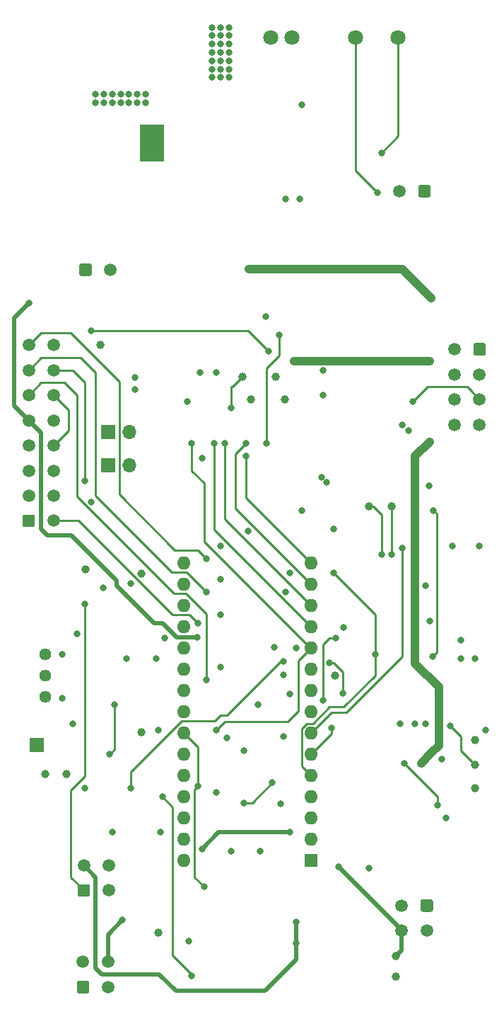
<source format=gbl>
G04 #@! TF.GenerationSoftware,KiCad,Pcbnew,(5.1.10)-1*
G04 #@! TF.CreationDate,2022-01-30T14:23:45-06:00*
G04 #@! TF.ProjectId,22-ELC-1-01-R1,32322d45-4c43-42d3-912d-30312d52312e,rev?*
G04 #@! TF.SameCoordinates,Original*
G04 #@! TF.FileFunction,Copper,L4,Bot*
G04 #@! TF.FilePolarity,Positive*
%FSLAX46Y46*%
G04 Gerber Fmt 4.6, Leading zero omitted, Abs format (unit mm)*
G04 Created by KiCad (PCBNEW (5.1.10)-1) date 2022-01-30 14:23:45*
%MOMM*%
%LPD*%
G01*
G04 APERTURE LIST*
G04 #@! TA.AperFunction,ComponentPad*
%ADD10C,1.500000*%
G04 #@! TD*
G04 #@! TA.AperFunction,ComponentPad*
%ADD11C,1.000000*%
G04 #@! TD*
G04 #@! TA.AperFunction,ComponentPad*
%ADD12O,1.600000X1.600000*%
G04 #@! TD*
G04 #@! TA.AperFunction,ComponentPad*
%ADD13R,1.600000X1.600000*%
G04 #@! TD*
G04 #@! TA.AperFunction,ComponentPad*
%ADD14R,1.700000X1.700000*%
G04 #@! TD*
G04 #@! TA.AperFunction,ComponentPad*
%ADD15O,1.700000X1.700000*%
G04 #@! TD*
G04 #@! TA.AperFunction,ComponentPad*
%ADD16C,1.440000*%
G04 #@! TD*
G04 #@! TA.AperFunction,SMDPad,CuDef*
%ADD17R,2.950000X4.500000*%
G04 #@! TD*
G04 #@! TA.AperFunction,ComponentPad*
%ADD18C,0.600000*%
G04 #@! TD*
G04 #@! TA.AperFunction,ComponentPad*
%ADD19C,1.800000*%
G04 #@! TD*
G04 #@! TA.AperFunction,ViaPad*
%ADD20C,0.800000*%
G04 #@! TD*
G04 #@! TA.AperFunction,Conductor*
%ADD21C,0.250000*%
G04 #@! TD*
G04 #@! TA.AperFunction,Conductor*
%ADD22C,1.000000*%
G04 #@! TD*
G04 #@! TA.AperFunction,Conductor*
%ADD23C,0.500000*%
G04 #@! TD*
G04 APERTURE END LIST*
G04 #@! TA.AperFunction,ComponentPad*
G36*
G01*
X130180000Y-131250000D02*
X131180000Y-131250000D01*
G75*
G02*
X131430000Y-131500000I0J-250000D01*
G01*
X131430000Y-132500000D01*
G75*
G02*
X131180000Y-132750000I-250000J0D01*
G01*
X130180000Y-132750000D01*
G75*
G02*
X129930000Y-132500000I0J250000D01*
G01*
X129930000Y-131500000D01*
G75*
G02*
X130180000Y-131250000I250000J0D01*
G01*
G37*
G04 #@! TD.AperFunction*
D10*
X130680000Y-135000000D03*
X127680000Y-132000000D03*
X127680000Y-135000000D03*
D11*
X87500000Y-116250000D03*
D12*
X101570000Y-91040000D03*
X116810000Y-91040000D03*
X101570000Y-126600000D03*
X116810000Y-93580000D03*
X101570000Y-124060000D03*
X116810000Y-96120000D03*
X101570000Y-121520000D03*
X116810000Y-98660000D03*
X101570000Y-118980000D03*
X116810000Y-101200000D03*
X101570000Y-116440000D03*
X116810000Y-103740000D03*
X101570000Y-113900000D03*
X116810000Y-106280000D03*
X101570000Y-111360000D03*
X116810000Y-108820000D03*
X101570000Y-108820000D03*
X116810000Y-111360000D03*
X101570000Y-106280000D03*
X116810000Y-113900000D03*
X101570000Y-103740000D03*
X116810000Y-116440000D03*
X101570000Y-101200000D03*
X116810000Y-118980000D03*
X101570000Y-98660000D03*
X116810000Y-121520000D03*
X101570000Y-96120000D03*
X116810000Y-124060000D03*
X101570000Y-93580000D03*
D13*
X116810000Y-126600000D03*
D10*
X127400000Y-46600000D03*
G04 #@! TA.AperFunction,ComponentPad*
G36*
G01*
X129900000Y-45850000D02*
X130900000Y-45850000D01*
G75*
G02*
X131150000Y-46100000I0J-250000D01*
G01*
X131150000Y-47100000D01*
G75*
G02*
X130900000Y-47350000I-250000J0D01*
G01*
X129900000Y-47350000D01*
G75*
G02*
X129650000Y-47100000I0J250000D01*
G01*
X129650000Y-46100000D01*
G75*
G02*
X129900000Y-45850000I250000J0D01*
G01*
G37*
G04 #@! TD.AperFunction*
G04 #@! TA.AperFunction,ComponentPad*
G36*
G01*
X83500000Y-86750000D02*
X82500000Y-86750000D01*
G75*
G02*
X82250000Y-86500000I0J250000D01*
G01*
X82250000Y-85500000D01*
G75*
G02*
X82500000Y-85250000I250000J0D01*
G01*
X83500000Y-85250000D01*
G75*
G02*
X83750000Y-85500000I0J-250000D01*
G01*
X83750000Y-86500000D01*
G75*
G02*
X83500000Y-86750000I-250000J0D01*
G01*
G37*
G04 #@! TD.AperFunction*
X83000000Y-83000000D03*
X83000000Y-80000000D03*
X83000000Y-77000000D03*
X83000000Y-74000000D03*
X83000000Y-71000000D03*
X83000000Y-68000000D03*
X83000000Y-65000000D03*
X86000000Y-86000000D03*
X86000000Y-83000000D03*
X86000000Y-80000000D03*
X86000000Y-77000000D03*
X86000000Y-74000000D03*
X86000000Y-71000000D03*
X86000000Y-68000000D03*
X86000000Y-65000000D03*
G04 #@! TA.AperFunction,ComponentPad*
G36*
G01*
X136500000Y-64750000D02*
X137500000Y-64750000D01*
G75*
G02*
X137750000Y-65000000I0J-250000D01*
G01*
X137750000Y-66000000D01*
G75*
G02*
X137500000Y-66250000I-250000J0D01*
G01*
X136500000Y-66250000D01*
G75*
G02*
X136250000Y-66000000I0J250000D01*
G01*
X136250000Y-65000000D01*
G75*
G02*
X136500000Y-64750000I250000J0D01*
G01*
G37*
G04 #@! TD.AperFunction*
X137000000Y-68500000D03*
X137000000Y-71500000D03*
X137000000Y-74500000D03*
X134000000Y-65500000D03*
X134000000Y-68500000D03*
X134000000Y-71500000D03*
X134000000Y-74500000D03*
G04 #@! TA.AperFunction,ComponentPad*
G36*
G01*
X90100000Y-130950000D02*
X89100000Y-130950000D01*
G75*
G02*
X88850000Y-130700000I0J250000D01*
G01*
X88850000Y-129700000D01*
G75*
G02*
X89100000Y-129450000I250000J0D01*
G01*
X90100000Y-129450000D01*
G75*
G02*
X90350000Y-129700000I0J-250000D01*
G01*
X90350000Y-130700000D01*
G75*
G02*
X90100000Y-130950000I-250000J0D01*
G01*
G37*
G04 #@! TD.AperFunction*
X89600000Y-127200000D03*
X92600000Y-130200000D03*
X92600000Y-127200000D03*
D14*
X84000000Y-112800000D03*
G04 #@! TA.AperFunction,ComponentPad*
G36*
G01*
X90300000Y-56750000D02*
X89300000Y-56750000D01*
G75*
G02*
X89050000Y-56500000I0J250000D01*
G01*
X89050000Y-55500000D01*
G75*
G02*
X89300000Y-55250000I250000J0D01*
G01*
X90300000Y-55250000D01*
G75*
G02*
X90550000Y-55500000I0J-250000D01*
G01*
X90550000Y-56500000D01*
G75*
G02*
X90300000Y-56750000I-250000J0D01*
G01*
G37*
G04 #@! TD.AperFunction*
D10*
X92800000Y-56000000D03*
X92500000Y-138750000D03*
X92500000Y-141750000D03*
X89500000Y-138750000D03*
G04 #@! TA.AperFunction,ComponentPad*
G36*
G01*
X90000000Y-142500000D02*
X89000000Y-142500000D01*
G75*
G02*
X88750000Y-142250000I0J250000D01*
G01*
X88750000Y-141250000D01*
G75*
G02*
X89000000Y-141000000I250000J0D01*
G01*
X90000000Y-141000000D01*
G75*
G02*
X90250000Y-141250000I0J-250000D01*
G01*
X90250000Y-142250000D01*
G75*
G02*
X90000000Y-142500000I-250000J0D01*
G01*
G37*
G04 #@! TD.AperFunction*
D14*
X92500000Y-79400000D03*
D15*
X95040000Y-79400000D03*
X95040000Y-75400000D03*
D14*
X92500000Y-75400000D03*
D16*
X85000000Y-102000000D03*
X85000000Y-104540000D03*
X85000000Y-107080000D03*
D11*
X126500000Y-84250000D03*
X123750000Y-84250000D03*
X119700000Y-104500000D03*
X136500000Y-118000000D03*
X136500000Y-115200000D03*
X96500000Y-111250000D03*
X85000000Y-116250000D03*
X109600000Y-71500000D03*
X113700000Y-71500000D03*
X108600000Y-68800000D03*
X112600000Y-68800000D03*
X89800000Y-91800000D03*
X96500000Y-92300000D03*
X91600000Y-65000000D03*
X127000000Y-138000000D03*
X127000000Y-140500000D03*
X98500000Y-135250000D03*
X136500000Y-112250000D03*
D17*
X97800000Y-40800000D03*
D18*
X98400000Y-42600000D03*
X98400000Y-41400000D03*
X97200000Y-41400000D03*
X97200000Y-42600000D03*
X98400000Y-39000000D03*
X98400000Y-40100000D03*
X97200000Y-40100000D03*
X97200000Y-39000000D03*
D19*
X112000000Y-28200000D03*
X114540000Y-28200000D03*
X122160000Y-28200000D03*
X127240000Y-28200000D03*
D20*
X92000000Y-35000000D03*
X92000000Y-36000000D03*
X93000000Y-35000000D03*
X93000000Y-36000000D03*
X94000000Y-35000000D03*
X94000000Y-36000000D03*
X95000000Y-35000000D03*
X95000000Y-36000000D03*
X96000000Y-35000000D03*
X96000000Y-36000000D03*
X97000000Y-35000000D03*
X97000000Y-36000000D03*
X91000000Y-35000000D03*
X91000000Y-36000000D03*
X115750000Y-36250000D03*
X115500000Y-47500000D03*
X133750000Y-89000000D03*
X118250000Y-68000000D03*
X131000000Y-98000000D03*
X103500000Y-68250000D03*
X103750000Y-78500000D03*
X90500000Y-83750000D03*
X119500000Y-87000000D03*
X127500000Y-110250000D03*
X134750000Y-102500000D03*
X130500000Y-110250000D03*
X137750000Y-111000000D03*
X120750000Y-98750000D03*
X133000000Y-121500000D03*
X87000000Y-107250000D03*
X88250000Y-110250000D03*
X98500000Y-111000000D03*
X105500000Y-118500000D03*
X106000000Y-97250000D03*
X106000000Y-89000000D03*
X106000000Y-93000000D03*
X89750000Y-118000000D03*
X93000000Y-123250000D03*
X132500000Y-114500000D03*
X88750000Y-99500000D03*
X106000000Y-103500000D03*
X127750000Y-74500000D03*
X128500000Y-75250000D03*
X115750000Y-84750000D03*
X130950000Y-81800000D03*
X118100000Y-80800000D03*
X118700000Y-81400000D03*
X91950001Y-93981366D03*
X99300000Y-100000000D03*
X113200000Y-119800000D03*
X113475000Y-104400000D03*
X111400000Y-61550000D03*
X131500000Y-84750000D03*
X131400000Y-102200000D03*
X119500000Y-92250000D03*
X124500000Y-102000000D03*
X110500000Y-108000000D03*
X109250000Y-87250000D03*
X119250000Y-110750000D03*
X114250000Y-92250000D03*
X115000000Y-101250000D03*
X119000000Y-103000000D03*
X120652245Y-106652245D03*
X127750000Y-89250000D03*
X108750000Y-119750000D03*
X112200000Y-117300000D03*
X103250000Y-117750000D03*
X104000000Y-129750000D03*
X113750000Y-94500000D03*
X114250000Y-106750000D03*
X95250000Y-118000000D03*
X113525000Y-102800000D03*
X106750000Y-112000000D03*
X111500000Y-76750000D03*
X113000000Y-63750000D03*
X102500000Y-76750000D03*
X105500000Y-111000000D03*
X105000000Y-33000000D03*
X106000000Y-33000000D03*
X107000000Y-33000000D03*
X107000000Y-32000000D03*
X106000000Y-32000000D03*
X105000000Y-32000000D03*
X105000000Y-31000000D03*
X106000000Y-31000000D03*
X107000000Y-31000000D03*
X107000000Y-30000000D03*
X106000000Y-30000000D03*
X105000000Y-30000000D03*
X105000000Y-29000000D03*
X106000000Y-29000000D03*
X107000000Y-29000000D03*
X107000000Y-28000000D03*
X106000000Y-28000000D03*
X105000000Y-28000000D03*
X105000000Y-27000000D03*
X106000000Y-27000000D03*
X107000000Y-27000000D03*
X113750000Y-47500000D03*
X137000000Y-89000000D03*
X118250000Y-71000000D03*
X130500000Y-93750000D03*
X105500000Y-68250000D03*
X102000000Y-71750000D03*
X136500000Y-102500000D03*
X134750000Y-100250000D03*
X129250000Y-110250000D03*
X94750000Y-102500000D03*
X98250000Y-102500000D03*
X87000000Y-102000000D03*
X98750000Y-123250000D03*
X108750000Y-113500000D03*
X107250000Y-125500000D03*
X110750000Y-125500000D03*
X102200000Y-136300000D03*
X95200000Y-93500000D03*
X105250000Y-76750000D03*
X106500000Y-76750000D03*
X109000000Y-76750000D03*
X109000000Y-78250000D03*
X107250000Y-72500000D03*
X109400000Y-55900000D03*
X131200000Y-59400000D03*
X124750000Y-46750000D03*
X125250000Y-42000000D03*
X83000000Y-60000000D03*
X114250000Y-123250000D03*
X113500000Y-111750000D03*
X112375000Y-101125000D03*
X103750000Y-125250000D03*
X94250000Y-133750000D03*
X120097182Y-127347182D03*
X103200000Y-99950000D03*
X130000000Y-115000000D03*
X131000000Y-76600000D03*
X131000000Y-66900000D03*
X114800000Y-66900000D03*
X95700000Y-68900000D03*
X123750000Y-127500000D03*
X104250000Y-105000000D03*
X104250000Y-94500000D03*
X104250000Y-90500000D03*
X103250000Y-98250000D03*
X89750000Y-81250000D03*
X111750000Y-65750000D03*
X90500000Y-63250000D03*
X129000000Y-71750000D03*
X89750000Y-96000000D03*
X95700000Y-70300000D03*
X115000000Y-134000000D03*
X115000000Y-136500000D03*
X133500000Y-110500000D03*
X119750000Y-100000000D03*
X118250000Y-107500000D03*
X132000000Y-120000000D03*
X128000000Y-115000000D03*
X125250000Y-90000000D03*
X93250000Y-108000000D03*
X92700010Y-113950010D03*
X99000000Y-119000000D03*
X102500000Y-140400000D03*
X126500000Y-90000000D03*
D21*
X131899999Y-85149999D02*
X131500000Y-84750000D01*
X131899999Y-101700001D02*
X131899999Y-85149999D01*
X131400000Y-102200000D02*
X131899999Y-101700001D01*
X124500000Y-97250000D02*
X124500000Y-102000000D01*
X119500000Y-92250000D02*
X124500000Y-97250000D01*
X115684999Y-115314999D02*
X116810000Y-116440000D01*
X115684999Y-110819999D02*
X115684999Y-115314999D01*
X116269999Y-110234999D02*
X115684999Y-110819999D01*
X117060003Y-110234999D02*
X116269999Y-110234999D01*
X124500000Y-102000000D02*
X124500000Y-104500000D01*
X124500000Y-104500000D02*
X120750000Y-108250000D01*
X119045002Y-108250000D02*
X117060003Y-110234999D01*
X120750000Y-108250000D02*
X119045002Y-108250000D01*
X119250000Y-111460000D02*
X116810000Y-113900000D01*
X119250000Y-110750000D02*
X119250000Y-111460000D01*
X120652245Y-104086560D02*
X120652245Y-106652245D01*
X119565685Y-103000000D02*
X120652245Y-104086560D01*
X119000000Y-103000000D02*
X119565685Y-103000000D01*
X127750000Y-89250000D02*
X127750000Y-98250000D01*
X119250000Y-108920000D02*
X116810000Y-111360000D01*
X119250000Y-108920000D02*
X121080000Y-108920000D01*
X127750000Y-102250000D02*
X127750000Y-98250000D01*
X121080000Y-108920000D02*
X127750000Y-102250000D01*
X109750000Y-119750000D02*
X108750000Y-119750000D01*
X112200000Y-117300000D02*
X109750000Y-119750000D01*
X103250000Y-113040000D02*
X101570000Y-111360000D01*
X103250000Y-117750000D02*
X103250000Y-113040000D01*
X102850001Y-128600001D02*
X104000000Y-129750000D01*
X102850001Y-118149999D02*
X102850001Y-128600001D01*
X103250000Y-117750000D02*
X102850001Y-118149999D01*
X101319997Y-109945001D02*
X105304999Y-109945001D01*
X95250000Y-116014998D02*
X101319997Y-109945001D01*
X95250000Y-118000000D02*
X95250000Y-116014998D01*
X105304999Y-109945001D02*
X106000000Y-109250000D01*
X106750000Y-109250000D02*
X113250000Y-102750000D01*
X106000000Y-109250000D02*
X106750000Y-109250000D01*
X113475000Y-102750000D02*
X113525000Y-102800000D01*
X113250000Y-102750000D02*
X113475000Y-102750000D01*
X111500000Y-76750000D02*
X111500000Y-67750000D01*
X113000000Y-66250000D02*
X113000000Y-63750000D01*
X111500000Y-67750000D02*
X113000000Y-66250000D01*
X102500000Y-76750000D02*
X102500000Y-80000000D01*
X102500000Y-80000000D02*
X104000000Y-81500000D01*
X104000000Y-81500000D02*
X104000000Y-88500000D01*
X116700000Y-101200000D02*
X116810000Y-101200000D01*
X104000000Y-88500000D02*
X116700000Y-101200000D01*
X115250000Y-102760000D02*
X116810000Y-101200000D01*
X115250000Y-108750000D02*
X115250000Y-102760000D01*
X114000000Y-110000000D02*
X115250000Y-108750000D01*
X106500000Y-110000000D02*
X114000000Y-110000000D01*
X105500000Y-111000000D02*
X106500000Y-110000000D01*
X105250000Y-87100000D02*
X116810000Y-98660000D01*
X105250000Y-76750000D02*
X105250000Y-87100000D01*
X106500000Y-85810000D02*
X116810000Y-96120000D01*
X106500000Y-76750000D02*
X106500000Y-85810000D01*
X107750000Y-84520000D02*
X116810000Y-93580000D01*
X107750000Y-78000000D02*
X107750000Y-84520000D01*
X109000000Y-76750000D02*
X107750000Y-78000000D01*
X109000000Y-83230000D02*
X116810000Y-91040000D01*
X109000000Y-78250000D02*
X109000000Y-83230000D01*
X107250000Y-72500000D02*
X107250000Y-70000000D01*
X107400000Y-70000000D02*
X108600000Y-68800000D01*
X107250000Y-70000000D02*
X107400000Y-70000000D01*
D22*
X127700000Y-55900000D02*
X131200000Y-59400000D01*
X109400000Y-55900000D02*
X127700000Y-55900000D01*
D21*
X122160000Y-44160000D02*
X122160000Y-28200000D01*
X124750000Y-46750000D02*
X122160000Y-44160000D01*
X127240000Y-40010000D02*
X127240000Y-28200000D01*
X125250000Y-42000000D02*
X127240000Y-40010000D01*
D23*
X83000000Y-60000000D02*
X81250000Y-61750000D01*
X81250000Y-61750000D02*
X81250000Y-72250000D01*
X81250000Y-72250000D02*
X83000000Y-74000000D01*
X105750000Y-123250000D02*
X114250000Y-123250000D01*
X103750000Y-125250000D02*
X105750000Y-123250000D01*
X83000000Y-74000000D02*
X84075001Y-75075001D01*
X84075001Y-75075001D02*
X84500000Y-75500000D01*
X84500000Y-75500000D02*
X84500000Y-87000000D01*
X84500000Y-87000000D02*
X85250000Y-87750000D01*
X88073002Y-87750000D02*
X93500000Y-93176998D01*
X85250000Y-87750000D02*
X88073002Y-87750000D01*
X93500000Y-93176998D02*
X93500000Y-93323002D01*
X93500000Y-93323002D02*
X93500000Y-93750000D01*
X93500000Y-93750000D02*
X98000000Y-98250000D01*
X92500000Y-135500000D02*
X92500000Y-138750000D01*
X94250000Y-133750000D02*
X92500000Y-135500000D01*
X127680000Y-134930000D02*
X127680000Y-135000000D01*
X120097182Y-127347182D02*
X127680000Y-134930000D01*
X127680000Y-137320000D02*
X127000000Y-138000000D01*
X127680000Y-135000000D02*
X127680000Y-137320000D01*
X98950000Y-98250000D02*
X98000000Y-98250000D01*
X98950000Y-98250000D02*
X99000000Y-98250000D01*
X100700000Y-99950000D02*
X103200000Y-99950000D01*
X99000000Y-98250000D02*
X100700000Y-99950000D01*
D22*
X130000000Y-115000000D02*
X131225001Y-113774999D01*
X131225001Y-113774999D02*
X132100000Y-112900000D01*
X132100000Y-112900000D02*
X132100000Y-105900000D01*
X132100000Y-105900000D02*
X129300000Y-103100000D01*
X129300000Y-103100000D02*
X129300000Y-81700000D01*
X129300000Y-78300000D02*
X131000000Y-76600000D01*
X129300000Y-81700000D02*
X129300000Y-78300000D01*
X131000000Y-66900000D02*
X114800000Y-66900000D01*
D21*
X87250000Y-69500000D02*
X84500000Y-69500000D01*
X88750000Y-71000000D02*
X87250000Y-69500000D01*
X88750000Y-83073002D02*
X88750000Y-71000000D01*
X101820003Y-94705001D02*
X100381999Y-94705001D01*
X100381999Y-94705001D02*
X88750000Y-83073002D01*
X84500000Y-69500000D02*
X83000000Y-71000000D01*
X104250000Y-97134998D02*
X101820003Y-94705001D01*
X104250000Y-105000000D02*
X104250000Y-97134998D01*
X101915001Y-92165001D02*
X100165001Y-92165001D01*
X104250000Y-94500000D02*
X101915001Y-92165001D01*
X100165001Y-92165001D02*
X91000000Y-83000000D01*
X91000000Y-83000000D02*
X91000000Y-68250000D01*
X91000000Y-68250000D02*
X89250000Y-66500000D01*
X84500000Y-66500000D02*
X83000000Y-68000000D01*
X89250000Y-66500000D02*
X84500000Y-66500000D01*
X104250000Y-90500000D02*
X103250000Y-89500000D01*
X103250000Y-89500000D02*
X100500000Y-89500000D01*
X93864999Y-82864999D02*
X93864999Y-69364999D01*
X100500000Y-89500000D02*
X93864999Y-82864999D01*
X93864999Y-69364999D02*
X88000000Y-63500000D01*
X84500000Y-63500000D02*
X83000000Y-65000000D01*
X88000000Y-63500000D02*
X84500000Y-63500000D01*
X102245001Y-97245001D02*
X100245001Y-97245001D01*
X89000000Y-86000000D02*
X86000000Y-86000000D01*
X100245001Y-97245001D02*
X89000000Y-86000000D01*
X102245001Y-97245001D02*
X103250000Y-98250000D01*
X86000000Y-71000000D02*
X87750000Y-72750000D01*
X87750000Y-75250000D02*
X86000000Y-77000000D01*
X87750000Y-72750000D02*
X87750000Y-75250000D01*
X88250000Y-68000000D02*
X86000000Y-68000000D01*
X89750000Y-69500000D02*
X88250000Y-68000000D01*
X89750000Y-81250000D02*
X89750000Y-69500000D01*
X109250000Y-63250000D02*
X90500000Y-63250000D01*
X111750000Y-65750000D02*
X109250000Y-63250000D01*
X137000000Y-71500000D02*
X135924999Y-70424999D01*
X135924999Y-70424999D02*
X135500000Y-70000000D01*
X130750000Y-70000000D02*
X129000000Y-71750000D01*
X135500000Y-70000000D02*
X130750000Y-70000000D01*
X89600000Y-130200000D02*
X88000000Y-128600000D01*
X88000000Y-128600000D02*
X88000000Y-118250000D01*
X89750000Y-116500000D02*
X89750000Y-96000000D01*
X88000000Y-118250000D02*
X89750000Y-116500000D01*
D23*
X91750000Y-140250000D02*
X91000000Y-139500000D01*
X91000000Y-139500000D02*
X91000000Y-128600000D01*
X93250000Y-140250000D02*
X91750000Y-140250000D01*
X91000000Y-128600000D02*
X89600000Y-127200000D01*
X115000000Y-138500000D02*
X111274999Y-142225001D01*
X115000000Y-134000000D02*
X115000000Y-138500000D01*
X98650000Y-140250000D02*
X100625001Y-142225001D01*
X100625001Y-142225001D02*
X111274999Y-142225001D01*
X93250000Y-140250000D02*
X98650000Y-140250000D01*
D21*
X133500000Y-110500000D02*
X134750000Y-111750000D01*
X134750000Y-113450000D02*
X136500000Y-115200000D01*
X134750000Y-111750000D02*
X134750000Y-113450000D01*
X119000000Y-100000000D02*
X119750000Y-100000000D01*
X118250000Y-100750000D02*
X119000000Y-100000000D01*
X118250000Y-107500000D02*
X118250000Y-100750000D01*
X132000000Y-119000000D02*
X128000000Y-115000000D01*
X132000000Y-120000000D02*
X132000000Y-119000000D01*
X125250000Y-90000000D02*
X125250000Y-85250000D01*
X125250000Y-85250000D02*
X124250000Y-84250000D01*
X124250000Y-84250000D02*
X123750000Y-84250000D01*
X93250000Y-113400020D02*
X92700010Y-113950010D01*
X93250000Y-108000000D02*
X93250000Y-113400020D01*
X100250000Y-136250000D02*
X100250000Y-120250000D01*
X100250000Y-120250000D02*
X99000000Y-119000000D01*
X100250000Y-137950000D02*
X102500000Y-140200000D01*
X100250000Y-136250000D02*
X100250000Y-137950000D01*
X126500000Y-90000000D02*
X126500000Y-84250000D01*
M02*

</source>
